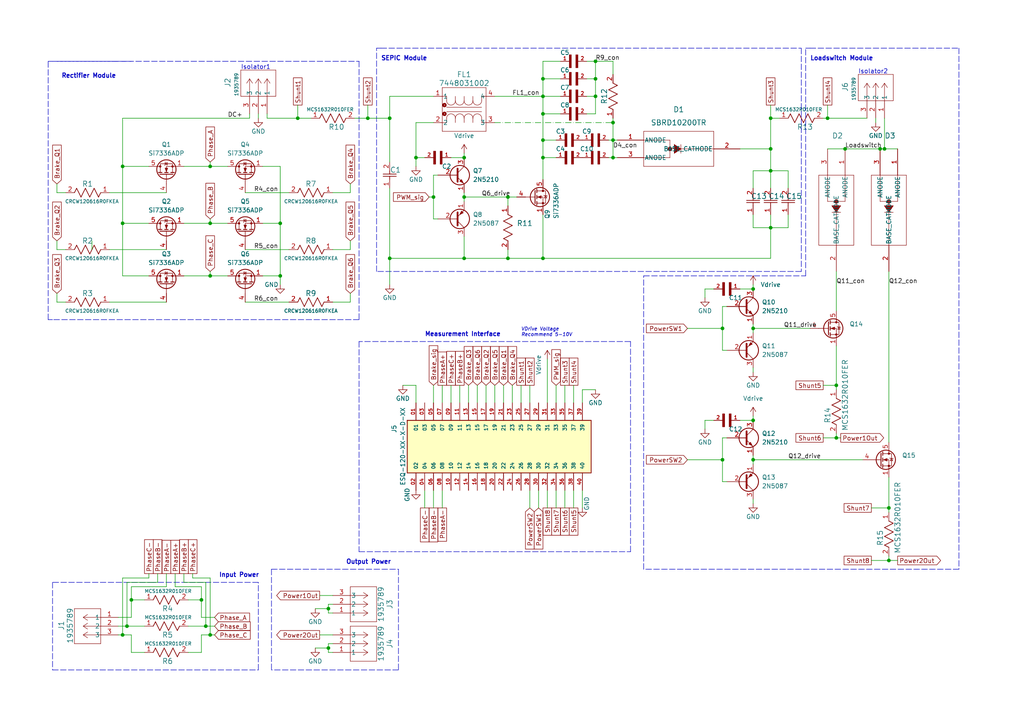
<source format=kicad_sch>
(kicad_sch (version 20211123) (generator eeschema)
  (paper "A4")
  (title_block (title "Wind Charge Controller") (date "2023-11-27") (rev "1") (company "BCIT") (comment 1 "Kurt Querengesser"))
  (junction (at 147.32 74.93))
  (junction (at 209.55 95.25))
  (junction (at 223.52 43.18))
  (junction (at 58.42 173.99))
  (junction (at 134.62 57.15))
  (junction (at 81.28 64.77))
  (junction (at 147.32 57.15))
  (junction (at 172.72 22.86))
  (junction (at 113.03 34.29))
  (junction (at 177.8 35.56))
  (junction (at 35.56 184.15))
  (junction (at 257.81 147.32))
  (junction (at 242.57 127))
  (junction (at 223.52 34.29))
  (junction (at 60.96 48.26))
  (junction (at 223.52 66.04))
  (junction (at 157.48 74.93))
  (junction (at 95.25 176.53))
  (junction (at 172.72 17.78))
  (junction (at 59.69 181.61))
  (junction (at 36.83 181.61))
  (junction (at 218.44 121.92))
  (junction (at 242.57 111.76))
  (junction (at 106.68 34.29))
  (junction (at 255.27 43.18))
  (junction (at 172.72 27.94))
  (junction (at 157.48 33.02))
  (junction (at 81.28 80.01))
  (junction (at 240.03 34.29))
  (junction (at 125.73 57.15))
  (junction (at 257.81 162.56))
  (junction (at 35.56 64.77))
  (junction (at 177.8 45.72))
  (junction (at 209.55 133.35))
  (junction (at 157.48 27.94))
  (junction (at 60.96 184.15))
  (junction (at 38.1 173.99))
  (junction (at 157.48 40.64))
  (junction (at 157.48 45.72))
  (junction (at 218.44 95.25))
  (junction (at 35.56 48.26))
  (junction (at 134.62 45.72))
  (junction (at 245.11 43.18))
  (junction (at 60.96 64.77))
  (junction (at 177.8 40.64))
  (junction (at 120.65 45.72))
  (junction (at 157.48 22.86))
  (junction (at 218.44 83.82))
  (junction (at 134.62 74.93))
  (junction (at 86.36 34.29))
  (junction (at 218.44 133.35))
  (junction (at 113.03 74.93))
  (junction (at 60.96 80.01))
  (junction (at 95.25 187.96))
  (junction (at 256.54 43.18))
  (junction (at 223.52 49.53))
  (wire (pts (xy 147.32 74.93) (xy 147.32 72.39)))
  (wire (pts (xy 125.73 63.5) (xy 127 63.5)))
  (wire (pts (xy 125.73 35.56) (xy 120.65 35.56)))
  (wire (pts (xy 96.52 55.88) (xy 101.6 55.88)))
  (polyline (pts (xy 115.57 165.1) (xy 115.57 194.31)))
  (wire (pts (xy 256.54 43.18) (xy 260.35 43.18)))
  (wire (pts (xy 60.96 48.26) (xy 66.04 48.26)))
  (wire (pts (xy 176.53 45.72) (xy 177.8 45.72)))
  (wire (pts (xy 218.44 66.04) (xy 223.52 66.04)))
  (wire (pts (xy 130.81 111.76) (xy 130.81 116.84)))
  (wire (pts (xy 134.62 68.58) (xy 134.62 74.93)))
  (wire (pts (xy 245.11 43.18) (xy 255.27 43.18)))
  (wire (pts (xy 71.12 87.63) (xy 83.82 87.63)))
  (wire (pts (xy 172.72 22.86) (xy 172.72 17.78)))
  (wire (pts (xy 53.34 64.77) (xy 60.96 64.77)))
  (wire (pts (xy 257.81 138.43) (xy 257.81 147.32)))
  (wire (pts (xy 157.48 74.93) (xy 223.52 74.93)))
  (polyline (pts (xy 104.14 17.78) (xy 104.14 92.71)))
  (wire (pts (xy 170.18 33.02) (xy 172.72 33.02)))
  (polyline (pts (xy 13.97 92.71) (xy 15.24 92.71)))
  (wire (pts (xy 210.82 127) (xy 209.55 127)))
  (wire (pts (xy 172.72 17.78) (xy 170.18 17.78)))
  (wire (pts (xy 172.72 27.94) (xy 172.72 22.86)))
  (wire (pts (xy 163.83 142.24) (xy 163.83 147.32)))
  (polyline (pts (xy 115.57 194.31) (xy 78.74 194.31)))
  (wire (pts (xy 128.27 142.24) (xy 128.27 147.32)))
  (wire (pts (xy 101.6 85.09) (xy 101.6 87.63)))
  (wire (pts (xy 242.57 111.76) (xy 242.57 113.03)))
  (wire (pts (xy 43.18 166.37) (xy 43.18 167.64)))
  (wire (pts (xy 143.51 111.76) (xy 143.51 116.84)))
  (wire (pts (xy 214.63 121.92) (xy 218.44 121.92)))
  (wire (pts (xy 172.72 33.02) (xy 172.72 27.94)))
  (wire (pts (xy 36.83 181.61) (xy 36.83 168.91)))
  (polyline (pts (xy 233.68 13.97) (xy 234.95 13.97)))
  (wire (pts (xy 157.48 33.02) (xy 157.48 40.64)))
  (wire (pts (xy 101.6 69.85) (xy 101.6 72.39)))
  (wire (pts (xy 16.51 87.63) (xy 16.51 85.09)))
  (polyline (pts (xy 278.13 165.1) (xy 186.69 165.1)))
  (wire (pts (xy 35.56 64.77) (xy 35.56 80.01)))
  (wire (pts (xy 38.1 184.15) (xy 38.1 189.23)))
  (wire (pts (xy 38.1 179.07) (xy 34.29 179.07)))
  (wire (pts (xy 153.67 111.76) (xy 153.67 116.84)))
  (wire (pts (xy 223.52 74.93) (xy 223.52 66.04)))
  (wire (pts (xy 38.1 173.99) (xy 38.1 179.07)))
  (wire (pts (xy 60.96 63.5) (xy 60.96 64.77)))
  (wire (pts (xy 199.39 133.35) (xy 209.55 133.35)))
  (wire (pts (xy 218.44 133.35) (xy 218.44 134.62)))
  (polyline (pts (xy 44.45 168.91) (xy 15.24 168.91)))
  (wire (pts (xy 72.39 34.29) (xy 35.56 34.29)))
  (wire (pts (xy 58.42 189.23) (xy 54.61 189.23)))
  (wire (pts (xy 218.44 132.08) (xy 218.44 133.35)))
  (wire (pts (xy 41.91 173.99) (xy 38.1 173.99)))
  (wire (pts (xy 166.37 111.76) (xy 166.37 116.84)))
  (wire (pts (xy 38.1 173.99) (xy 38.1 170.18)))
  (wire (pts (xy 81.28 80.01) (xy 81.28 82.55)))
  (polyline (pts (xy 182.88 99.06) (xy 104.14 99.06)))
  (wire (pts (xy 255.27 43.18) (xy 256.54 43.18)))
  (polyline (pts (xy 110.49 13.97) (xy 232.41 13.97)))
  (wire (pts (xy 35.56 48.26) (xy 35.56 64.77)))
  (wire (pts (xy 95.25 175.26) (xy 95.25 176.53)))
  (wire (pts (xy 218.44 144.78) (xy 218.44 146.05)))
  (wire (pts (xy 157.48 17.78) (xy 162.56 17.78)))
  (wire (pts (xy 238.76 127) (xy 242.57 127)))
  (wire (pts (xy 101.6 53.34) (xy 101.6 55.88)))
  (wire (pts (xy 58.42 179.07) (xy 58.42 173.99)))
  (wire (pts (xy 19.05 72.39) (xy 16.51 72.39)))
  (wire (pts (xy 62.23 184.15) (xy 60.96 184.15)))
  (wire (pts (xy 120.65 35.56) (xy 120.65 45.72)))
  (wire (pts (xy 204.47 121.92) (xy 204.47 124.46)))
  (wire (pts (xy 48.26 72.39) (xy 31.75 72.39)))
  (wire (pts (xy 204.47 83.82) (xy 204.47 86.36)))
  (wire (pts (xy 240.03 34.29) (xy 251.46 34.29)))
  (wire (pts (xy 218.44 49.53) (xy 223.52 49.53)))
  (wire (pts (xy 43.18 64.77) (xy 35.56 64.77)))
  (polyline (pts (xy 109.22 78.74) (xy 109.22 13.97)))
  (wire (pts (xy 116.84 111.76) (xy 120.65 111.76)))
  (polyline (pts (xy 78.74 165.1) (xy 115.57 165.1)))
  (wire (pts (xy 16.51 55.88) (xy 16.51 53.34)))
  (wire (pts (xy 143.51 35.56) (xy 177.8 35.56)) (stroke (width 0) (type dash_dot)))
  (wire (pts (xy 207.01 121.92) (xy 204.47 121.92)))
  (wire (pts (xy 125.73 50.8) (xy 125.73 57.15)))
  (wire (pts (xy 218.44 95.25) (xy 218.44 96.52)))
  (wire (pts (xy 60.96 184.15) (xy 60.96 167.64)))
  (wire (pts (xy 214.63 43.18) (xy 223.52 43.18)))
  (wire (pts (xy 177.8 17.78) (xy 172.72 17.78)))
  (wire (pts (xy 86.36 34.29) (xy 90.17 34.29)))
  (wire (pts (xy 257.81 128.27) (xy 257.81 78.74)))
  (polyline (pts (xy 104.14 99.06) (xy 104.14 160.02)))
  (polyline (pts (xy 78.74 165.1) (xy 78.74 194.31)))
  (wire (pts (xy 157.48 40.64) (xy 157.48 45.72)))
  (wire (pts (xy 134.62 44.45) (xy 134.62 45.72)))
  (wire (pts (xy 95.25 176.53) (xy 95.25 177.8)))
  (wire (pts (xy 161.29 142.24) (xy 161.29 147.32)))
  (wire (pts (xy 19.05 55.88) (xy 16.51 55.88)))
  (wire (pts (xy 254 34.29) (xy 254 35.56)))
  (wire (pts (xy 31.75 87.63) (xy 48.26 87.63)))
  (wire (pts (xy 123.19 45.72) (xy 120.65 45.72)))
  (wire (pts (xy 168.91 113.03) (xy 168.91 116.84)))
  (wire (pts (xy 218.44 82.55) (xy 218.44 83.82)))
  (wire (pts (xy 120.65 111.76) (xy 120.65 116.84)))
  (wire (pts (xy 127 50.8) (xy 125.73 50.8)))
  (wire (pts (xy 95.25 177.8) (xy 96.52 177.8)))
  (wire (pts (xy 76.2 80.01) (xy 81.28 80.01)))
  (polyline (pts (xy 278.13 13.97) (xy 278.13 165.1)))
  (wire (pts (xy 256.54 34.29) (xy 256.54 43.18)))
  (wire (pts (xy 55.88 166.37) (xy 55.88 167.64)))
  (wire (pts (xy 168.91 142.24) (xy 168.91 147.32)))
  (wire (pts (xy 218.44 133.35) (xy 250.19 133.35)))
  (wire (pts (xy 209.55 133.35) (xy 209.55 139.7)))
  (polyline (pts (xy 16.51 17.78) (xy 104.14 17.78)))
  (wire (pts (xy 223.52 34.29) (xy 223.52 43.18)))
  (wire (pts (xy 157.48 33.02) (xy 162.56 33.02)))
  (wire (pts (xy 16.51 72.39) (xy 16.51 69.85)))
  (wire (pts (xy 157.48 45.72) (xy 161.29 45.72)))
  (wire (pts (xy 223.52 49.53) (xy 223.52 54.61)))
  (wire (pts (xy 158.75 142.24) (xy 158.75 147.32)))
  (wire (pts (xy 60.96 46.99) (xy 60.96 48.26)))
  (polyline (pts (xy 232.41 13.97) (xy 232.41 78.74)))
  (wire (pts (xy 210.82 88.9) (xy 209.55 88.9)))
  (wire (pts (xy 113.03 34.29) (xy 113.03 46.99)))
  (wire (pts (xy 238.76 111.76) (xy 242.57 111.76)))
  (wire (pts (xy 158.75 104.14) (xy 158.75 116.84)))
  (wire (pts (xy 50.8 166.37) (xy 50.8 170.18)))
  (wire (pts (xy 209.55 101.6) (xy 210.82 101.6)))
  (wire (pts (xy 177.8 34.29) (xy 177.8 35.56)))
  (wire (pts (xy 113.03 27.94) (xy 113.03 34.29)))
  (wire (pts (xy 147.32 57.15) (xy 147.32 59.69)))
  (wire (pts (xy 96.52 87.63) (xy 101.6 87.63)))
  (wire (pts (xy 134.62 57.15) (xy 134.62 58.42)))
  (wire (pts (xy 157.48 22.86) (xy 162.56 22.86)))
  (polyline (pts (xy 233.68 80.01) (xy 233.68 13.97)))
  (wire (pts (xy 148.59 111.76) (xy 148.59 116.84)))
  (polyline (pts (xy 13.97 17.78) (xy 15.24 17.78)))
  (wire (pts (xy 102.87 34.29) (xy 106.68 34.29)))
  (wire (pts (xy 149.86 57.15) (xy 147.32 57.15)))
  (wire (pts (xy 60.96 80.01) (xy 66.04 80.01)))
  (wire (pts (xy 134.62 55.88) (xy 134.62 57.15)))
  (wire (pts (xy 252.73 147.32) (xy 257.81 147.32)))
  (wire (pts (xy 228.6 66.04) (xy 223.52 66.04)))
  (wire (pts (xy 177.8 21.59) (xy 177.8 17.78)))
  (wire (pts (xy 157.48 33.02) (xy 157.48 27.94)))
  (wire (pts (xy 209.55 88.9) (xy 209.55 95.25)))
  (wire (pts (xy 58.42 170.18) (xy 50.8 170.18)))
  (wire (pts (xy 48.26 55.88) (xy 31.75 55.88)))
  (wire (pts (xy 214.63 83.82) (xy 218.44 83.82)))
  (polyline (pts (xy 74.93 168.91) (xy 44.45 168.91)))
  (wire (pts (xy 157.48 45.72) (xy 157.48 52.07)))
  (wire (pts (xy 74.93 33.02) (xy 74.93 34.29)))
  (polyline (pts (xy 33.02 17.78) (xy 38.1 17.78)))
  (wire (pts (xy 166.37 142.24) (xy 166.37 147.32)))
  (wire (pts (xy 43.18 80.01) (xy 35.56 80.01)))
  (wire (pts (xy 177.8 40.64) (xy 177.8 45.72)))
  (wire (pts (xy 240.03 43.18) (xy 245.11 43.18)))
  (wire (pts (xy 163.83 111.76) (xy 163.83 116.84)))
  (wire (pts (xy 91.44 187.96) (xy 95.25 187.96)))
  (wire (pts (xy 113.03 74.93) (xy 134.62 74.93)))
  (wire (pts (xy 240.03 30.48) (xy 240.03 34.29)))
  (wire (pts (xy 60.96 64.77) (xy 66.04 64.77)))
  (wire (pts (xy 71.12 72.39) (xy 83.82 72.39)))
  (wire (pts (xy 106.68 30.48) (xy 106.68 34.29)))
  (polyline (pts (xy 15.24 17.78) (xy 33.02 17.78)))
  (wire (pts (xy 207.01 83.82) (xy 204.47 83.82)))
  (wire (pts (xy 157.48 62.23) (xy 157.48 74.93)))
  (wire (pts (xy 59.69 181.61) (xy 59.69 168.91)))
  (wire (pts (xy 48.26 166.37) (xy 48.26 170.18)))
  (wire (pts (xy 138.43 111.76) (xy 138.43 116.84)))
  (wire (pts (xy 223.52 34.29) (xy 226.06 34.29)))
  (wire (pts (xy 134.62 74.93) (xy 147.32 74.93)))
  (wire (pts (xy 209.55 95.25) (xy 209.55 101.6)))
  (wire (pts (xy 223.52 43.18) (xy 223.52 49.53)))
  (wire (pts (xy 172.72 113.03) (xy 168.91 113.03)))
  (wire (pts (xy 218.44 120.65) (xy 218.44 121.92)))
  (wire (pts (xy 218.44 62.23) (xy 218.44 66.04)))
  (wire (pts (xy 156.21 142.24) (xy 156.21 147.32)))
  (wire (pts (xy 170.18 27.94) (xy 172.72 27.94)))
  (wire (pts (xy 113.03 27.94) (xy 125.73 27.94)))
  (wire (pts (xy 113.03 74.93) (xy 113.03 82.55)))
  (wire (pts (xy 157.48 22.86) (xy 157.48 27.94)))
  (wire (pts (xy 58.42 184.15) (xy 58.42 189.23)))
  (wire (pts (xy 92.71 184.15) (xy 96.52 184.15)))
  (wire (pts (xy 34.29 184.15) (xy 35.56 184.15)))
  (wire (pts (xy 257.81 161.29) (xy 257.81 162.56)))
  (wire (pts (xy 95.25 187.96) (xy 95.25 189.23)))
  (wire (pts (xy 91.44 176.53) (xy 95.25 176.53)))
  (wire (pts (xy 36.83 168.91) (xy 45.72 168.91)))
  (wire (pts (xy 143.51 27.94) (xy 157.48 27.94)))
  (wire (pts (xy 140.97 111.76) (xy 140.97 116.84)))
  (wire (pts (xy 242.57 127) (xy 243.84 127)))
  (wire (pts (xy 170.18 22.86) (xy 172.72 22.86)))
  (wire (pts (xy 34.29 181.61) (xy 36.83 181.61)))
  (wire (pts (xy 157.48 22.86) (xy 157.48 17.78)))
  (wire (pts (xy 81.28 80.01) (xy 81.28 64.77)))
  (polyline (pts (xy 104.14 92.71) (xy 15.24 92.71)))
  (wire (pts (xy 35.56 167.64) (xy 35.56 184.15)))
  (wire (pts (xy 125.73 57.15) (xy 125.73 63.5)))
  (polyline (pts (xy 232.41 78.74) (xy 109.22 78.74)))
  (wire (pts (xy 125.73 111.76) (xy 125.73 116.84)))
  (wire (pts (xy 53.34 166.37) (xy 53.34 168.91)))
  (wire (pts (xy 176.53 40.64) (xy 177.8 40.64)))
  (wire (pts (xy 228.6 54.61) (xy 228.6 49.53)))
  (wire (pts (xy 54.61 181.61) (xy 59.69 181.61)))
  (wire (pts (xy 59.69 168.91) (xy 53.34 168.91)))
  (polyline (pts (xy 15.24 168.91) (xy 15.24 194.31)))
  (wire (pts (xy 59.69 181.61) (xy 62.23 181.61)))
  (wire (pts (xy 124.46 57.15) (xy 125.73 57.15)))
  (polyline (pts (xy 13.97 92.71) (xy 13.97 17.78)))
  (wire (pts (xy 53.34 80.01) (xy 60.96 80.01)))
  (wire (pts (xy 123.19 142.24) (xy 123.19 147.32)))
  (polyline (pts (xy 186.69 165.1) (xy 186.69 80.01)))
  (polyline (pts (xy 182.88 160.02) (xy 182.88 99.06)))
  (wire (pts (xy 81.28 48.26) (xy 76.2 48.26)))
  (wire (pts (xy 36.83 181.61) (xy 41.91 181.61)))
  (wire (pts (xy 134.62 57.15) (xy 147.32 57.15)))
  (wire (pts (xy 58.42 173.99) (xy 58.42 170.18)))
  (wire (pts (xy 128.27 111.76) (xy 128.27 116.84)))
  (wire (pts (xy 92.71 172.72) (xy 96.52 172.72)))
  (polyline (pts (xy 15.24 194.31) (xy 74.93 194.31)))
  (wire (pts (xy 38.1 170.18) (xy 48.26 170.18)))
  (wire (pts (xy 218.44 54.61) (xy 218.44 49.53)))
  (wire (pts (xy 86.36 30.48) (xy 86.36 34.29)))
  (wire (pts (xy 77.47 33.02) (xy 77.47 34.29)))
  (wire (pts (xy 95.25 186.69) (xy 95.25 187.96)))
  (wire (pts (xy 257.81 162.56) (xy 260.35 162.56)))
  (wire (pts (xy 242.57 100.33) (xy 242.57 111.76)))
  (wire (pts (xy 252.73 162.56) (xy 257.81 162.56)))
  (wire (pts (xy 223.52 66.04) (xy 223.52 62.23)))
  (wire (pts (xy 86.36 34.29) (xy 77.47 34.29)))
  (wire (pts (xy 199.39 95.25) (xy 209.55 95.25)))
  (wire (pts (xy 209.55 127) (xy 209.55 133.35)))
  (wire (pts (xy 146.05 111.76) (xy 146.05 116.84)))
  (wire (pts (xy 60.96 78.74) (xy 60.96 80.01)))
  (polyline (pts (xy 186.69 80.01) (xy 233.68 80.01)))
  (wire (pts (xy 218.44 93.98) (xy 218.44 95.25)))
  (wire (pts (xy 153.67 142.24) (xy 153.67 147.32)))
  (wire (pts (xy 38.1 189.23) (xy 41.91 189.23)))
  (wire (pts (xy 157.48 74.93) (xy 147.32 74.93)))
  (wire (pts (xy 130.81 45.72) (xy 134.62 45.72)))
  (wire (pts (xy 133.35 111.76) (xy 133.35 116.84)))
  (polyline (pts (xy 104.14 160.02) (xy 182.88 160.02)))
  (wire (pts (xy 76.2 64.77) (xy 81.28 64.77)))
  (wire (pts (xy 60.96 184.15) (xy 58.42 184.15)))
  (wire (pts (xy 95.25 189.23) (xy 96.52 189.23)))
  (wire (pts (xy 35.56 184.15) (xy 38.1 184.15)))
  (wire (pts (xy 35.56 34.29) (xy 35.56 48.26)))
  (wire (pts (xy 223.52 30.48) (xy 223.52 34.29)))
  (wire (pts (xy 45.72 166.37) (xy 45.72 168.91)))
  (polyline (pts (xy 74.93 194.31) (xy 74.93 168.91)))
  (wire (pts (xy 35.56 48.26) (xy 43.18 48.26)))
  (wire (pts (xy 81.28 64.77) (xy 81.28 48.26)))
  (wire (pts (xy 242.57 90.17) (xy 242.57 78.74)))
  (wire (pts (xy 177.8 45.72) (xy 179.07 45.72)))
  (wire (pts (xy 157.48 27.94) (xy 162.56 27.94)))
  (wire (pts (xy 101.6 72.39) (xy 96.52 72.39)))
  (wire (pts (xy 43.18 167.64) (xy 35.56 167.64)))
  (polyline (pts (xy 234.95 13.97) (xy 278.13 13.97)))
  (wire (pts (xy 19.05 87.63) (xy 16.51 87.63)))
  (wire (pts (xy 228.6 62.23) (xy 228.6 66.04)))
  (wire (pts (xy 96.52 186.69) (xy 95.25 186.69)))
  (wire (pts (xy 177.8 35.56) (xy 177.8 40.64)))
  (wire (pts (xy 60.96 167.64) (xy 55.88 167.64)))
  (wire (pts (xy 53.34 48.26) (xy 60.96 48.26)))
  (wire (pts (xy 151.13 111.76) (xy 151.13 116.84)))
  (wire (pts (xy 26.67 69.85) (xy 26.67 72.39)))
  (wire (pts (xy 177.8 40.64) (xy 179.07 40.64)))
  (wire (pts (xy 106.68 34.29) (xy 113.03 34.29)))
  (wire (pts (xy 228.6 49.53) (xy 223.52 49.53)))
  (wire (pts (xy 113.03 54.61) (xy 113.03 74.93)))
  (polyline (pts (xy 109.22 13.97) (xy 110.49 13.97)))
  (wire (pts (xy 58.42 173.99) (xy 54.61 173.99)))
  (wire (pts (xy 135.89 111.76) (xy 135.89 116.84)))
  (wire (pts (xy 72.39 33.02) (xy 72.39 34.29)))
  (wire (pts (xy 218.44 106.68) (xy 218.44 107.95)))
  (wire (pts (xy 161.29 111.76) (xy 161.29 116.84)))
  (wire (pts (xy 125.73 142.24) (xy 125.73 147.32)))
  (wire (pts (xy 62.23 179.07) (xy 58.42 179.07)))
  (wire (pts (xy 242.57 125.73) (xy 242.57 127)))
  (wire (pts (xy 218.44 95.25) (xy 234.95 95.25)))
  (wire (pts (xy 157.48 40.64) (xy 161.29 40.64)))
  (wire (pts (xy 209.55 139.7) (xy 210.82 139.7)))
  (wire (pts (xy 96.52 175.26) (xy 95.25 175.26)))
  (wire (pts (xy 71.12 55.88) (xy 83.82 55.88)))
  (wire (pts (xy 257.81 147.32) (xy 257.81 148.59)))
  (wire (pts (xy 120.65 45.72) (xy 120.65 48.26)))
  (wire (pts (xy 238.76 34.29) (xy 240.03 34.29)))
  (text "Loadswitch Module" (at 234.95 17.78 0) (effects (font (size 1.27 1.27) bold) (justify left bottom)))
  (text "Rectifier Module\n" (at 17.78 22.86 0) (effects (font (size 1.27 1.27) bold) (justify left bottom)))
  (text "Isolator2" (at 248.92 21.59 0) (effects (font (size 1.27 1.27)) (justify left bottom)))
  (text "SEPIC Module" (at 110.49 17.78 0) (effects (font (size 1.27 1.27) bold) (justify left bottom)))
  (text "Input Power" (at 63.5 167.64 0) (effects (font (size 1.27 1.27) bold) (justify left bottom)))
  (text "Isolator1" (at 69.85 20.32 0) (effects (font (size 1.27 1.27)) (justify left bottom)))
  (text "VDrive Voltage\nRecommend 5-10V" (at 151.13 97.79 0) (effects (font (size 1 1) italic) (justify left bottom)))
  (text "Measurement Interface" (at 123.19 97.79 0) (effects (font (size 1.27 1.27) bold) (justify left bottom)))
  (text "Output Power" (at 100.33 163.83 0) (effects (font (size 1.27 1.27) bold) (justify left bottom)))
  (label "FL1_con" (at 148.59 27.94 0))
  (label "R4_con" (at 73.66 55.88 0))
  (label "Loadswitch" (at 245.11 43.18 0))
  (label "D4_con" (at 177.8 43.18 0))
  (label "Q11_drive" (at 227.33 95.25 0))
  (label "Q6_drive" (at 139.7 57.15 0))
  (label "Q12_drive" (at 228.6 133.35 0))
  (label "Q11_con" (at 242.57 82.55 0))
  (label "DC+" (at 66.04 34.29 0))
  (label "Q12_con" (at 257.81 82.55 0))
  (label "R9_con" (at 172.72 17.78 0))
  (label "R5_con" (at 73.66 72.39 0))
  (label "R6_con" (at 73.66 87.63 0))
  (global_label "PhaseA-" (shape passive) (at 128.27 147.32 270) (property "Intersheet References" "${INTERSHEET_REFS}" (effects hide)))
  (global_label "Phase_C" (shape input) (at 62.23 184.15 0) (property "Intersheet References" "${INTERSHEET_REFS}" (effects hide)))
  (global_label "Shunt4" (shape passive) (at 166.37 111.76 90) (property "Intersheet References" "${INTERSHEET_REFS}" (effects hide)))
  (global_label "Brake_Q3" (shape input) (at 16.51 85.09 90) (property "Intersheet References" "${INTERSHEET_REFS}" (effects hide)))
  (global_label "PhaseB+" (shape passive) (at 133.35 111.76 90) (property "Intersheet References" "${INTERSHEET_REFS}" (effects hide)))
  (global_label "PowerSW2" (shape input) (at 199.39 133.35 180) (property "Intersheet References" "${INTERSHEET_REFS}" (effects hide)))
  (global_label "PowerSW2" (shape input) (at 153.67 147.32 270) (property "Intersheet References" "${INTERSHEET_REFS}" (effects hide)))
  (global_label "PhaseC+" (shape passive) (at 55.88 166.37 90) (property "Intersheet References" "${INTERSHEET_REFS}" (effects hide)))
  (global_label "Phase_C" (shape input) (at 60.96 78.74 90) (property "Intersheet References" "${INTERSHEET_REFS}" (effects hide)))
  (global_label "PhaseB-" (shape passive) (at 125.73 147.32 270) (property "Intersheet References" "${INTERSHEET_REFS}" (effects hide)))
  (global_label "PhaseC-" (shape passive) (at 123.19 147.32 270) (property "Intersheet References" "${INTERSHEET_REFS}" (effects hide)))
  (global_label "Power1Out" (shape output) (at 92.71 172.72 180) (property "Intersheet References" "${INTERSHEET_REFS}" (effects hide)))
  (global_label "Shunt2" (shape passive) (at 153.67 111.76 90) (property "Intersheet References" "${INTERSHEET_REFS}" (effects hide)))
  (global_label "Phase_A" (shape input) (at 60.96 46.99 90) (property "Intersheet References" "${INTERSHEET_REFS}" (effects hide)))
  (global_label "Shunt1" (shape passive) (at 151.13 111.76 90) (property "Intersheet References" "${INTERSHEET_REFS}" (effects hide)))
  (global_label "Shunt3" (shape passive) (at 163.83 111.76 90) (property "Intersheet References" "${INTERSHEET_REFS}" (effects hide)))
  (global_label "Shunt5" (shape passive) (at 166.37 147.32 270) (property "Intersheet References" "${INTERSHEET_REFS}" (effects hide)))
  (global_label "Power2Out" (shape output) (at 260.35 162.56 0) (property "Intersheet References" "${INTERSHEET_REFS}" (effects hide)))
  (global_label "Brake_Q4" (shape input) (at 148.59 111.76 90) (property "Intersheet References" "${INTERSHEET_REFS}" (effects hide)))
  (global_label "Shunt5" (shape passive) (at 238.76 111.76 180) (property "Intersheet References" "${INTERSHEET_REFS}" (effects hide)))
  (global_label "Brake_Q5" (shape input) (at 101.6 69.85 90) (property "Intersheet References" "${INTERSHEET_REFS}" (effects hide)))
  (global_label "PWM_sig" (shape input) (at 124.46 57.15 180) (property "Intersheet References" "${INTERSHEET_REFS}" (effects hide)))
  (global_label "Brake_Q5" (shape input) (at 143.51 111.76 90) (property "Intersheet References" "${INTERSHEET_REFS}" (effects hide)))
  (global_label "Shunt6" (shape passive) (at 163.83 147.32 270) (property "Intersheet References" "${INTERSHEET_REFS}" (effects hide)))
  (global_label "Brake_Q2" (shape input) (at 16.51 69.85 90) (property "Intersheet References" "${INTERSHEET_REFS}" (effects hide)))
  (global_label "Shunt8" (shape passive) (at 252.73 162.56 180) (property "Intersheet References" "${INTERSHEET_REFS}" (effects hide)))
  (global_label "Power1Out" (shape output) (at 243.84 127 0) (property "Intersheet References" "${INTERSHEET_REFS}" (effects hide)))
  (global_label "Phase_B" (shape input) (at 62.23 181.61 0) (property "Intersheet References" "${INTERSHEET_REFS}" (effects hide)))
  (global_label "Shunt4" (shape passive) (at 240.03 30.48 90) (property "Intersheet References" "${INTERSHEET_REFS}" (effects hide)))
  (global_label "Phase_B" (shape input) (at 60.96 63.5 90) (property "Intersheet References" "${INTERSHEET_REFS}" (effects hide)))
  (global_label "Shunt1" (shape passive) (at 86.36 30.48 90) (property "Intersheet References" "${INTERSHEET_REFS}" (effects hide)))
  (global_label "Brake_Q1" (shape input) (at 16.51 53.34 90) (property "Intersheet References" "${INTERSHEET_REFS}" (effects hide)))
  (global_label "PhaseC+" (shape passive) (at 130.81 111.76 90) (property "Intersheet References" "${INTERSHEET_REFS}" (effects hide)))
  (global_label "PowerSW1" (shape input) (at 199.39 95.25 180) (property "Intersheet References" "${INTERSHEET_REFS}" (effects hide)))
  (global_label "Brake_Q3" (shape input) (at 135.89 111.76 90) (property "Intersheet References" "${INTERSHEET_REFS}" (effects hide)))
  (global_label "Shunt6" (shape passive) (at 238.76 127 180) (property "Intersheet References" "${INTERSHEET_REFS}" (effects hide)))
  (global_label "PhaseA-" (shape passive) (at 48.26 166.37 90) (property "Intersheet References" "${INTERSHEET_REFS}" (effects hide)))
  (global_label "Brake_Q6" (shape input) (at 101.6 85.09 90) (property "Intersheet References" "${INTERSHEET_REFS}" (effects hide)))
  (global_label "Shunt7" (shape passive) (at 161.29 147.32 270) (property "Intersheet References" "${INTERSHEET_REFS}" (effects hide)))
  (global_label "Shunt8" (shape passive) (at 158.75 147.32 270) (property "Intersheet References" "${INTERSHEET_REFS}" (effects hide)))
  (global_label "PWM_sig" (shape input) (at 161.29 111.76 90) (property "Intersheet References" "${INTERSHEET_REFS}" (effects hide)))
  (global_label "PhaseB+" (shape passive) (at 53.34 166.37 90) (property "Intersheet References" "${INTERSHEET_REFS}" (effects hide)))
  (global_label "Shunt7" (shape passive) (at 252.73 147.32 180) (property "Intersheet References" "${INTERSHEET_REFS}" (effects hide)))
  (global_label "PhaseC-" (shape passive) (at 43.18 166.37 90) (property "Intersheet References" "${INTERSHEET_REFS}" (effects hide)))
  (global_label "Phase_A" (shape input) (at 62.23 179.07 0) (property "Intersheet References" "${INTERSHEET_REFS}" (effects hide)))
  (global_label "Power2Out" (shape output) (at 92.71 184.15 180) (property "Intersheet References" "${INTERSHEET_REFS}" (effects hide)))
  (global_label "Brake_sig" (shape input) (at 125.73 111.76 90) (property "Intersheet References" "${INTERSHEET_REFS}" (effects hide)))
  (global_label "Brake_Q2" (shape input) (at 140.97 111.76 90) (property "Intersheet References" "${INTERSHEET_REFS}" (effects hide)))
  (global_label "PhaseA+" (shape passive) (at 50.8 166.37 90) (property "Intersheet References" "${INTERSHEET_REFS}" (effects hide)))
  (global_label "PowerSW1" (shape input) (at 156.21 147.32 270) (property "Intersheet References" "${INTERSHEET_REFS}" (effects hide)))
  (global_label "PhaseB-" (shape passive) (at 45.72 166.37 90) (property "Intersheet References" "${INTERSHEET_REFS}" (effects hide)))
  (global_label "Brake_Q1" (shape input) (at 146.05 111.76 90) (property "Intersheet References" "${INTERSHEET_REFS}" (effects hide)))
  (global_label "Brake_Q6" (shape input) (at 138.43 111.76 90) (property "Intersheet References" "${INTERSHEET_REFS}" (effects hide)))
  (global_label "Shunt2" (shape passive) (at 106.68 30.48 90) (property "Intersheet References" "${INTERSHEET_REFS}" (effects hide)))
  (global_label "Shunt3" (shape passive) (at 223.52 30.48 90) (property "Intersheet References" "${INTERSHEET_REFS}" (effects hide)))
  (global_label "PhaseA+" (shape passive) (at 128.27 111.76 90) (property "Intersheet References" "${INTERSHEET_REFS}" (effects hide)))
  (global_label "Brake_Q4" (shape input) (at 101.6 53.34 90) (property "Intersheet References" "${INTERSHEET_REFS}" (effects hide)))
  (symbol (lib_id "power:GND") (at 116.84 111.76 0) (mirror y) (unit 1)
    (property "Reference" "#PWR06" (effects hide))
    (property "Value" "GND" (at 116.84 115.57 0))
  )
  (symbol (lib_id "power:GND") (at 74.93 34.29 0) (unit 1)
    (property "Reference" "#PWR01" (effects hide))
    (property "Value" "GND" (at 74.93 38.1 0))
  )
  (symbol (lib_id "Transistor_FET:Si7336ADP") (at 240.03 95.25 0) (unit 1)
    (property "Reference" "Q14" (at 246.38 93.9799 0) (effects (justify left)))
    (property "Value" "Si7336ADP" (effects hide))
    (property "Footprint" "Package_SO:PowerPAK_SO-8_Single" (effects hide))
    (property "Datasheet" "https://www.vishay.com/docs/73152/si7336adp.pdf" (effects hide))
  )
  (symbol (lib_id "GRM32EC72A106KE05L:GRM32EC72A106KE05L") (at 128.27 45.72 180) (unit 1)
    (property "Reference" "C2" (at 129.54 48.26 0))
    (property "Value" "GRM32EC72A106KE05L" (effects hide))
    (property "Footprint" "footprints:CAPC3225X270N" (effects hide))
  )
  (symbol (lib_id "MCS1632R010FER:MCS1632R010FER") (at 226.06 34.29 0) (unit 1)
    (property "Reference" "R13" (at 231.14 36.83 0) (effects (font (size 1.524 1.524)) (justify left)))
    (property "Value" "MCS1632R010FER" (at 224.79 31.75 0) (effects (font (size 1 1)) (justify left)))
    (property "Footprint" "footprints:RES_1206_OHM" (effects hide))
    (property "Datasheet" "MCS1632R010FER" (effects hide))
  )
  (symbol (lib_id "power:Vdrive") (at 134.62 44.45 0) (unit 1)
    (property "Reference" "#PWR09" (effects hide))
    (property "Value" "Vdrive" (at 134.62 39.37 0))
  )
  (symbol (lib_id "power:GND") (at 120.65 142.24 0) (unit 1)
    (property "Reference" "#PWR08" (effects hide))
    (property "Value" "GND" (at 118.11 143.51 90))
  )
  (symbol (lib_id "power:Vdrive") (at 218.44 82.55 0) (unit 1)
    (property "Reference" "#PWR015" (effects hide))
    (property "Value" "Vdrive" (at 223.52 82.55 0))
  )
  (symbol (lib_id "MCS1632R010FER:MCS1632R010FER") (at 90.17 34.29 0) (unit 1)
    (property "Reference" "R10" (at 95.25 36.83 0) (effects (font (size 1.524 1.524)) (justify left)))
    (property "Value" "MCS1632R010FER" (at 88.9 31.75 0) (effects (font (size 1 1)) (justify left)))
    (property "Footprint" "footprints:RES_1206_OHM" (effects hide))
    (property "Datasheet" "MCS1632R010FER" (effects hide))
  )
  (symbol (lib_id "MCS1632R010FER:MCS1632R010FER") (at 41.91 181.61 0) (unit 1)
    (property "Reference" "R5" (at 46.99 184.15 0) (effects (font (size 1.524 1.524)) (justify left)))
    (property "Value" "MCS1632R010FER" (at 41.91 179.07 0) (effects (font (size 1 1)) (justify left)))
    (property "Footprint" "footprints:RES_1206_OHM" (effects hide))
    (property "Datasheet" "MCS1632R010FER" (effects hide))
  )
  (symbol (lib_id "Transistor_BJT:2N3904") (at 132.08 50.8 0) (unit 1)
    (property "Reference" "Q7" (at 137.16 49.5299 0) (effects (justify left)))
    (property "Value" "2N5210" (at 137.16 52.0699 0) (effects (justify left)))
    (property "Footprint" "Package_TO_SOT_THT:TO-92_Inline" (effects hide))
    (property "Datasheet" "https://www.onsemi.com/pub/Collateral/2N3903-D.PDF" (effects hide))
  )
  (symbol (lib_id "Transistor_FET:Si7336ADP") (at 48.26 50.8 90) (unit 1)
    (property "Reference" "Q1" (at 48.26 41.91 90))
    (property "Value" "Si7336ADP" (at 48.26 44.45 90))
    (property "Footprint" "Package_SO:PowerPAK_SO-8_Single" (effects hide))
    (property "Datasheet" "https://www.vishay.com/docs/73152/si7336adp.pdf" (effects hide))
  )
  (symbol (lib_id "GRM32EC72A106KE05L:GRM32EC72A106KE05L") (at 165.1 33.02 0) (unit 1)
    (property "Reference" "C8" (at 163.83 30.48 0))
    (property "Value" "GRM32EC72A106KE05L" (effects hide))
    (property "Footprint" "footprints:CAPC3225X270N" (effects hide))
  )
  (symbol (lib_id "CRCW12061M00FKEA:CRCW12061M00FKEA") (at 147.32 72.39 90) (unit 1)
    (property "Reference" "R11" (at 149.86 64.77 90) (effects (font (size 1.524 1.524)) (justify right)))
    (property "Value" "CRCW12061M00FKEA" (effects hide))
    (property "Footprint" "footprints:RC1206N_VIS" (effects hide))
    (property "Datasheet" "CRCW12061M00FKEA" (effects hide))
  )
  (symbol (lib_id "EEUFS2A151:EEUFS2A151") (at 113.03 54.61 90) (unit 1)
    (property "Reference" "C1" (at 114.7165 49.2823 90) (effects (font (size 1.524 1.524))))
    (property "Value" "EEUFS2A151" (effects hide))
    (property "Footprint" "footprints:CAP_EEUFS2A151_PAN" (effects hide))
    (property "Datasheet" "EEUFS2A151" (effects hide))
  )
  (symbol (lib_id "power:GND") (at 120.65 48.26 0) (unit 1)
    (property "Reference" "#PWR07" (effects hide))
    (property "Value" "GND" (at 120.65 52.07 0))
  )
  (symbol (lib_id "CRCW120616R0FKEA:CRCW120616R0FKEA") (at 83.82 55.88 0) (unit 1)
    (property "Reference" "R7" (at 90.17 53.34 0) (effects (font (size 1.524 1.524))))
    (property "Value" "CRCW120616R0FKEA" (at 90.17 58.42 0) (effects (font (size 1 1))))
    (property "Footprint" "footprints:RC1206N_VIS" (effects hide))
    (property "Datasheet" "CRCW120616R0FKEA" (effects hide))
  )
  (symbol (lib_id "power:GND") (at 218.44 146.05 0) (unit 1)
    (property "Reference" "#PWR018" (effects hide))
    (property "Value" "GND" (at 218.44 149.86 0))
  )
  (symbol (lib_id "SBRD10200TR:SBRD10200TR") (at 245.11 43.18 270) (unit 1)
    (property "Reference" "D2" (at 241.3 39.37 90) (effects (font (size 1.524 1.524)) (justify left)))
    (property "Value" "SBRD10200TR" (effects hide))
    (property "Footprint" "footprints:DPAK_SBRD10200_6P6X6P1_SDS" (effects hide))
    (property "Datasheet" "SBRD10200TR" (effects hide))
  )
  (symbol (lib_id "power:Vdrive") (at 158.75 104.14 0) (unit 1)
    (property "Reference" "#PWR010" (effects hide))
    (property "Value" "Vdrive" (at 156.21 102.87 90) (effects (justify right)))
  )
  (symbol (lib_id "power:GND") (at 91.44 187.96 0) (unit 1)
    (property "Reference" "#PWR04" (effects hide))
    (property "Value" "GND" (at 91.44 191.77 0))
  )
  (symbol (lib_id "ESQ-120-XX-X-D-XX:ESQ-120-XX-X-D-XX") (at 143.51 129.54 90) (mirror x) (unit 1)
    (property "Reference" "J5" (at 114.3 123.19 0) (effects (justify left)))
    (property "Value" "ESQ-120-XX-X-D-XX" (at 116.84 118.11 0) (effects (justify left)))
    (property "Footprint" "footprints:SAMTEC_ESQ-120-XX-X-D-XX" (effects hide))
    (property "PARTREV" "--" (effects hide))
    (property "STANDARD" "Manufacturer Recommendations" (effects hide))
    (property "MAXIMUM_PACKAGE_HEIGHT" "13.84 mm" (effects hide))
    (property "MANUFACTURER" "Samtec" (effects hide))
  )
  (symbol (lib_id "power:GND") (at 113.03 82.55 0) (unit 1)
    (property "Reference" "#PWR05" (effects hide))
    (property "Value" "GND" (at 113.03 86.36 0))
  )
  (symbol (lib_id "power:GND") (at 91.44 176.53 0) (unit 1)
    (property "Reference" "#PWR03" (effects hide))
    (property "Value" "GND" (at 91.44 180.34 0))
  )
  (symbol (lib_id "CRCW12062R43FKEA:CRCW12062R43FKEA") (at 177.8 34.29 90) (unit 1)
    (property "Reference" "R12" (at 175.26 27.94 0) (effects (font (size 1.524 1.524))))
    (property "Value" "CRCW12062R43FKEA" (effects hide))
    (property "Footprint" "footprints:RES_V1206_VIS" (effects hide))
    (property "Datasheet" "CRCW12062R43FKEA" (effects hide))
  )
  (symbol (lib_id "EEUFS2A151:EEUFS2A151") (at 218.44 62.23 90) (unit 1)
    (property "Reference" "C13" (at 220.1265 56.9023 90) (effects (font (size 1.524 1.524))))
    (property "Value" "EEUFS2A151" (effects hide))
    (property "Footprint" "footprints:CAP_EEUFS2A151_PAN" (effects hide))
    (property "Datasheet" "EEUFS2A151" (effects hide))
  )
  (symbol (lib_id "1935789 Terminal:1935789") (at 96.52 177.8 0) (mirror x) (unit 1)
    (property "Reference" "J3" (at 113.03 175.26 90) (effects (font (size 1.524 1.524))))
    (property "Value" "1935789" (at 110.49 175.26 90) (effects (font (size 1.524 1.524))))
    (property "Footprint" "footprints:CONN_1935789_PXC" (effects hide))
    (property "Datasheet" "1935789" (effects hide))
  )
  (symbol (lib_id "Transistor_FET:Si7336ADP") (at 71.12 67.31 90) (unit 1)
    (property "Reference" "Q5" (at 71.12 58.42 90))
    (property "Value" "Si7336ADP" (at 71.12 60.96 90))
    (property "Footprint" "Package_SO:PowerPAK_SO-8_Single" (effects hide))
    (property "Datasheet" "https://www.vishay.com/docs/73152/si7336adp.pdf" (effects hide))
  )
  (symbol (lib_id "1935789 Terminal:1935789") (at 77.47 33.02 270) (mirror x) (unit 1)
    (property "Reference" "J2" (at 66.04 25.4 0) (effects (font (size 1.524 1.524)) (justify left)))
    (property "Value" "1935789" (at 68.58 27.94 0) (effects (font (size 1 1)) (justify left)))
    (property "Footprint" "footprints:CONN_1935789_PXC" (effects hide))
    (property "Datasheet" "1935789" (effects hide))
  )
  (symbol (lib_id "MCS1632R010FER:MCS1632R010FER") (at 242.57 113.03 270) (unit 1)
    (property "Reference" "R14" (at 240.03 118.11 0) (effects (font (size 1.524 1.524)) (justify left)))
    (property "Value" "MCS1632R010FER" (at 245.11 104.14 0) (effects (font (size 1.524 1.524)) (justify left)))
    (property "Footprint" "footprints:RES_1206_OHM" (effects hide))
    (property "Datasheet" "MCS1632R010FER" (effects hide))
  )
  (symbol (lib_id "Transistor_FET:Si7336ADP") (at 48.26 67.31 90) (unit 1)
    (property "Reference" "Q2" (at 48.26 58.42 90))
    (property "Value" "Si7336ADP" (at 48.26 60.96 90))
    (property "Footprint" "Package_SO:PowerPAK_SO-8_Single" (effects hide))
    (property "Datasheet" "https://www.vishay.com/docs/73152/si7336adp.pdf" (effects hide))
  )
  (symbol (lib_id "power:GND") (at 204.47 124.46 0) (unit 1)
    (property "Reference" "#PWR014" (effects hide))
    (property "Value" "GND" (at 204.47 128.27 0))
  )
  (symbol (lib_id "GRM32EC72A106KE05L:GRM32EC72A106KE05L") (at 163.83 45.72 0) (unit 1)
    (property "Reference" "C4" (at 162.56 43.18 0))
    (property "Value" "GRM32EC72A106KE05L" (effects hide))
    (property "Footprint" "footprints:CAPC3225X270N" (effects hide))
  )
  (symbol (lib_id "CRCW120616R0FKEA:CRCW120616R0FKEA") (at 19.05 87.63 0) (unit 1)
    (property "Reference" "R3" (at 25.4 85.09 0) (effects (font (size 1.524 1.524))))
    (property "Value" "CRCW120616R0FKEA" (at 26.67 90.17 0) (effects (font (size 1 1))))
    (property "Footprint" "footprints:RC1206N_VIS" (effects hide))
    (property "Datasheet" "CRCW120616R0FKEA" (effects hide))
  )
  (symbol (lib_id "SBRD10200TR:SBRD10200TR") (at 260.35 43.18 270) (unit 1)
    (property "Reference" "D3" (at 256.54 39.37 90) (effects (font (size 1.524 1.524)) (justify left)))
    (property "Value" "SBRD10200TR" (effects hide))
    (property "Footprint" "footprints:DPAK_SBRD10200_6P6X6P1_SDS" (effects hide))
    (property "Datasheet" "SBRD10200TR" (effects hide))
  )
  (symbol (lib_id "EEUFS2A151:EEUFS2A151") (at 228.6 62.23 90) (unit 1)
    (property "Reference" "C15" (at 230.2865 56.9023 90) (effects (font (size 1.524 1.524))))
    (property "Value" "EEUFS2A151" (effects hide))
    (property "Footprint" "footprints:CAP_EEUFS2A151_PAN" (effects hide))
    (property "Datasheet" "EEUFS2A151" (effects hide))
  )
  (symbol (lib_id "Transistor_BJT:2N3904") (at 215.9 88.9 0) (unit 1)
    (property "Reference" "Q10" (at 220.98 87.6299 0) (effects (justify left)))
    (property "Value" "2N5210" (at 220.98 90.1699 0) (effects (justify left)))
    (property "Footprint" "Package_TO_SOT_THT:TO-92_Inline" (effects hide))
    (property "Datasheet" "https://www.onsemi.com/pub/Collateral/2N3903-D.PDF" (effects hide))
  )
  (symbol (lib_id "power:GND") (at 81.28 82.55 0) (unit 1)
    (property "Reference" "#PWR02" (effects hide))
    (property "Value" "GND" (at 78.74 82.55 0))
  )
  (symbol (lib_id "Transistor_FET:Si7336ADP") (at 48.26 82.55 90) (unit 1)
    (property "Reference" "Q3" (at 48.26 73.66 90))
    (property "Value" "Si7336ADP" (at 48.26 76.2 90))
    (property "Footprint" "Package_SO:PowerPAK_SO-8_Single" (effects hide))
    (property "Datasheet" "https://www.vishay.com/docs/73152/si7336adp.pdf" (effects hide))
  )
  (symbol (lib_id "Transistor_BJT:2N3904") (at 215.9 127 0) (unit 1)
    (property "Reference" "Q12" (at 220.98 125.7299 0) (effects (justify left)))
    (property "Value" "2N5210" (at 220.98 128.2699 0) (effects (justify left)))
    (property "Footprint" "Package_TO_SOT_THT:TO-92_Inline" (effects hide))
    (property "Datasheet" "https://www.onsemi.com/pub/Collateral/2N3903-D.PDF" (effects hide))
  )
  (symbol (lib_id "GRM32EC72A106KE05L:GRM32EC72A106KE05L") (at 212.09 121.92 180) (unit 1)
    (property "Reference" "C12" (at 213.36 124.46 0))
    (property "Value" "GRM32EC72A106KE05L" (effects hide))
    (property "Footprint" "footprints:CAPC3225X270N" (effects hide))
  )
  (symbol (lib_id "power:GND") (at 254 35.56 0) (unit 1)
    (property "Reference" "#PWR019" (effects hide))
    (property "Value" "GND" (at 254 39.37 0))
  )
  (symbol (lib_id "GRM32EC72A106KE05L:GRM32EC72A106KE05L") (at 171.45 40.64 0) (unit 1)
    (property "Reference" "C9" (at 170.18 38.1 0))
    (property "Value" "GRM32EC72A106KE05L" (effects hide))
    (property "Footprint" "footprints:CAPC3225X270N" (effects hide))
  )
  (symbol (lib_id "1935789 Terminal:1935789") (at 256.54 34.29 270) (mirror x) (unit 1)
    (property "Reference" "J6" (at 245.11 26.67 0) (effects (font (size 1.524 1.524)) (justify left)))
    (property "Value" "1935789" (at 247.65 29.21 0) (effects (font (size 1 1)) (justify left)))
    (property "Footprint" "footprints:CONN_1935789_PXC" (effects hide))
    (property "Datasheet" "1935789" (effects hide))
  )
  (symbol (lib_id "Transistor_FET:Si7336ADP") (at 71.12 82.55 90) (unit 1)
    (property "Reference" "Q6" (at 71.12 73.66 90))
    (property "Value" "Si7336ADP" (at 71.12 76.2 90))
    (property "Footprint" "Package_SO:PowerPAK_SO-8_Single" (effects hide))
    (property "Datasheet" "https://www.vishay.com/docs/73152/si7336adp.pdf" (effects hide))
  )
  (symbol (lib_id "GRM32EC72A106KE05L:GRM32EC72A106KE05L") (at 165.1 27.94 0) (unit 1)
    (property "Reference" "C7" (at 163.83 25.4 0))
    (property "Value" "GRM32EC72A106KE05L" (effects hide))
    (property "Footprint" "footprints:CAPC3225X270N" (effects hide))
  )
  (symbol (lib_id "MCS1632R010FER:MCS1632R010FER") (at 41.91 189.23 0) (unit 1)
    (property "Reference" "R6" (at 46.99 191.77 0) (effects (font (size 1.524 1.524)) (justify left)))
    (property "Value" "MCS1632R010FER" (at 41.91 186.69 0) (effects (font (size 1 1)) (justify left)))
    (property "Footprint" "footprints:RES_1206_OHM" (effects hide))
    (property "Datasheet" "MCS1632R010FER" (effects hide))
  )
  (symbol (lib_id "Transistor_FET:Si7336ADP") (at 255.27 133.35 0) (unit 1)
    (property "Reference" "Q15" (at 261.62 132.0799 0) (effects (justify left)))
    (property "Value" "Si7336ADP" (effects hide))
    (property "Footprint" "Package_SO:PowerPAK_SO-8_Single" (effects hide))
    (property "Datasheet" "https://www.vishay.com/docs/73152/si7336adp.pdf" (effects hide))
  )
  (symbol (lib_id "CRCW120616R0FKEA:CRCW120616R0FKEA") (at 83.82 87.63 0) (unit 1)
    (property "Reference" "R9" (at 90.17 85.09 0) (effects (font (size 1.524 1.524))))
    (property "Value" "CRCW120616R0FKEA" (at 90.17 90.17 0) (effects (font (size 1 1))))
    (property "Footprint" "footprints:RC1206N_VIS" (effects hide))
    (property "Datasheet" "CRCW120616R0FKEA" (effects hide))
  )
  (symbol (lib_id "Transistor_BJT:2N3906") (at 132.08 63.5 0) (mirror x) (unit 1)
    (property "Reference" "Q8" (at 137.16 62.2299 0) (effects (justify left)))
    (property "Value" "2N5087" (at 137.16 64.7699 0) (effects (justify left)))
    (property "Footprint" "Package_TO_SOT_THT:TO-92_Inline" (effects hide))
    (property "Datasheet" "https://www.onsemi.com/pub/Collateral/2N3906-D.PDF" (effects hide))
  )
  (symbol (lib_id "1935789 Terminal:1935789") (at 96.52 189.23 0) (mirror x) (unit 1)
    (property "Reference" "J4" (at 113.03 186.69 90) (effects (font (size 1.524 1.524))))
    (property "Value" "1935789" (at 110.49 186.69 90) (effects (font (size 1.524 1.524))))
    (property "Footprint" "footprints:CONN_1935789_PXC" (effects hide))
    (property "Datasheet" "1935789" (effects hide))
  )
  (symbol (lib_id "Transistor_FET:Si7336ADP") (at 154.94 57.15 0) (unit 1)
    (property "Reference" "Q9" (at 158.75 63.5 90) (effects (justify left)))
    (property "Value" "Si7336ADP" (at 161.29 63.5 90) (effects (justify left)))
    (property "Footprint" "Package_SO:PowerPAK_SO-8_Single" (effects hide))
    (property "Datasheet" "https://www.vishay.com/docs/73152/si7336adp.pdf" (effects hide))
  )
  (symbol (lib_id "power:Vdrive") (at 218.44 120.65 0) (unit 1)
    (property "Reference" "#PWR017" (effects hide))
    (property "Value" "Vdrive" (at 218.44 115.57 0))
  )
  (symbol (lib_id "Transistor_BJT:2N3906") (at 215.9 139.7 0) (mirror x) (unit 1)
    (property "Reference" "Q13" (at 220.98 138.4299 0) (effects (justify left)))
    (property "Value" "2N5087" (at 220.98 140.9699 0) (effects (justify left)))
    (property "Footprint" "Package_TO_SOT_THT:TO-92_Inline" (effects hide))
    (property "Datasheet" "https://www.onsemi.com/pub/Collateral/2N3906-D.PDF" (effects hide))
  )
  (symbol (lib_id "GRM32EC72A106KE05L:GRM32EC72A106KE05L") (at 212.09 83.82 180) (unit 1)
    (property "Reference" "C11" (at 213.36 86.36 0))
    (property "Value" "GRM32EC72A106KE05L" (effects hide))
    (property "Footprint" "footprints:CAPC3225X270N" (effects hide))
  )
  (symbol (lib_id "SBRD10200TR:SBRD10200TR") (at 179.07 40.64 0) (unit 1)
    (property "Reference" "D1" (at 196.85 31.75 0) (effects (font (size 1.524 1.524))))
    (property "Value" "SBRD10200TR" (at 196.85 35.56 0) (effects (font (size 1.524 1.524))))
    (property "Footprint" "footprints:DPAK_SBRD10200_6P6X6P1_SDS" (effects hide))
    (property "Datasheet" "SBRD10200TR" (effects hide))
  )
  (symbol (lib_id "Transistor_BJT:2N3906") (at 215.9 101.6 0) (mirror x) (unit 1)
    (property "Reference" "Q11" (at 220.98 100.3299 0) (effects (justify left)))
    (property "Value" "2N5087" (at 220.98 102.8699 0) (effects (justify left)))
    (property "Footprint" "Package_TO_SOT_THT:TO-92_Inline" (effects hide))
    (property "Datasheet" "https://www.onsemi.com/pub/Collateral/2N3906-D.PDF" (effects hide))
  )
  (symbol (lib_id "GRM32EC72A106KE05L:GRM32EC72A106KE05L") (at 165.1 17.78 0) (unit 1)
    (property "Reference" "C5" (at 163.83 15.24 0))
    (property "Value" "GRM32EC72A106KE05L" (effects hide))
    (property "Footprint" "footprints:CAPC3225X270N" (effects hide))
  )
  (symbol (lib_id "CRCW120616R0FKEA:CRCW120616R0FKEA") (at 19.05 72.39 0) (unit 1)
    (property "Reference" "R2" (at 25.4 69.85 0) (effects (font (size 1.524 1.524))))
    (property "Value" "CRCW120616R0FKEA" (at 26.67 74.93 0) (effects (font (size 1 1))))
    (property "Footprint" "footprints:RC1206N_VIS" (effects hide))
    (property "Datasheet" "CRCW120616R0FKEA" (effects hide))
  )
  (symbol (lib_id "1935789 Terminal:1935789") (at 34.29 179.07 0) (mirror y) (unit 1)
    (property "Reference" "J1" (at 17.78 182.88 90) (effects (font (size 1.524 1.524)) (justify left)))
    (property "Value" "1935789" (at 20.32 186.69 90) (effects (font (size 1.524 1.524)) (justify left)))
    (property "Footprint" "footprints:CONN_1935789_PXC" (effects hide))
    (property "Datasheet" "1935789" (effects hide))
  )
  (symbol (lib_id "MCS1632R010FER:MCS1632R010FER") (at 41.91 173.99 0) (unit 1)
    (property "Reference" "R4" (at 46.99 176.53 0) (effects (font (size 1.524 1.524)) (justify left)))
    (property "Value" "MCS1632R010FER" (at 41.91 171.45 0) (effects (font (size 1 1)) (justify left)))
    (property "Footprint" "footprints:RES_1206_OHM" (effects hide))
    (property "Datasheet" "MCS1632R010FER" (effects hide))
  )
  (symbol (lib_id "CRCW120616R0FKEA:CRCW120616R0FKEA") (at 19.05 55.88 0) (unit 1)
    (property "Reference" "R1" (at 25.4 53.34 0) (effects (font (size 1.524 1.524))))
    (property "Value" "CRCW120616R0FKEA" (at 26.67 58.42 0) (effects (font (size 1 1))))
    (property "Footprint" "footprints:RC1206N_VIS" (effects hide))
    (property "Datasheet" "CRCW120616R0FKEA" (effects hide))
  )
  (symbol (lib_id "CRCW120616R0FKEA:CRCW120616R0FKEA") (at 83.82 72.39 0) (unit 1)
    (property "Reference" "R8" (at 90.17 69.85 0) (effects (font (size 1.524 1.524))))
    (property "Value" "CRCW120616R0FKEA" (at 90.17 74.93 0) (effects (font (size 1 1))))
    (property "Footprint" "footprints:RC1206N_VIS" (effects hide))
    (property "Datasheet" "CRCW120616R0FKEA" (effects hide))
  )
  (symbol (lib_id "GRM32EC72A106KE05L:GRM32EC72A106KE05L") (at 165.1 22.86 0) (unit 1)
    (property "Reference" "C6" (at 163.83 20.32 0))
    (property "Value" "GRM32EC72A106KE05L" (effects hide))
    (property "Footprint" "footprints:CAPC3225X270N" (effects hide))
  )
  (symbol (lib_id "power:GND") (at 168.91 147.32 0) (unit 1)
    (property "Reference" "#PWR011" (effects hide))
    (property "Value" "GND" (at 170.18 146.05 90))
  )
  (symbol (lib_id "GRM32EC72A106KE05L:GRM32EC72A106KE05L") (at 163.83 40.64 0) (unit 1)
    (property "Reference" "C3" (at 162.56 38.1 0))
    (property "Value" "GRM32EC72A106KE05L" (effects hide))
    (property "Footprint" "footprints:CAPC3225X270N" (effects hide))
  )
  (symbol (lib_id "7448031002:7448031002") (at 125.73 27.94 0) (unit 1)
    (property "Reference" "FL1" (at 134.62 21.59 0) (effects (font (size 1.524 1.524))))
    (property "Value" "7448031002" (at 134.62 24.13 0) (effects (font (size 1.524 1.524))))
    (property "Footprint" "footprints:LIND_1-4_2-3_WE-CMBNC_TYPE-M_WRE" (effects hide))
    (property "Datasheet" "7448031002" (effects hide))
  )
  (symbol (lib_id "GRM32EC72A106KE05L:GRM32EC72A106KE05L") (at 171.45 45.72 0) (unit 1)
    (property "Reference" "C10" (at 170.18 43.18 0))
    (property "Value" "GRM32EC72A106KE05L" (effects hide))
    (property "Footprint" "footprints:CAPC3225X270N" (effects hide))
  )
  (symbol (lib_id "EEUFS2A151:EEUFS2A151") (at 223.52 62.23 90) (unit 1)
    (property "Reference" "C14" (at 225.2065 56.9023 90) (effects (font (size 1.524 1.524))))
    (property "Value" "EEUFS2A151" (effects hide))
    (property "Footprint" "footprints:CAP_EEUFS2A151_PAN" (effects hide))
    (property "Datasheet" "EEUFS2A151" (effects hide))
  )
  (symbol (lib_id "MCS1632R010FER:MCS1632R010FER") (at 257.81 148.59 270) (unit 1)
    (property "Reference" "R15" (at 255.27 153.67 0) (effects (font (size 1.524 1.524)) (justify left)))
    (property "Value" "MCS1632R010FER" (at 260.35 139.7 0) (effects (font (size 1.524 1.524)) (justify left)))
    (property "Footprint" "footprints:RES_1206_OHM" (effects hide))
    (property "Datasheet" "MCS1632R010FER" (effects hide))
  )
  (symbol (lib_id "power:GND") (at 172.72 113.03 0) (unit 1)
    (property "Reference" "#PWR012" (effects hide))
    (property "Value" "GND" (at 172.72 116.84 0))
  )
  (symbol (lib_id "Transistor_FET:Si7336ADP") (at 71.12 50.8 90) (unit 1)
    (property "Reference" "Q4" (at 71.12 41.91 90))
    (property "Value" "Si7336ADP" (at 71.12 44.45 90))
    (property "Footprint" "Package_SO:PowerPAK_SO-8_Single" (effects hide))
    (property "Datasheet" "https://www.vishay.com/docs/73152/si7336adp.pdf" (effects hide))
  )
  (symbol (lib_id "power:GND") (at 204.47 86.36 0) (unit 1)
    (property "Reference" "#PWR013" (effects hide))
    (property "Value" "GND" (at 204.47 90.17 0))
  )
  (symbol (lib_id "power:GND") (at 218.44 107.95 0) (unit 1)
    (property "Reference" "#PWR016" (effects hide))
    (property "Value" "GND" (at 218.44 111.76 0))
  )
)
</source>
